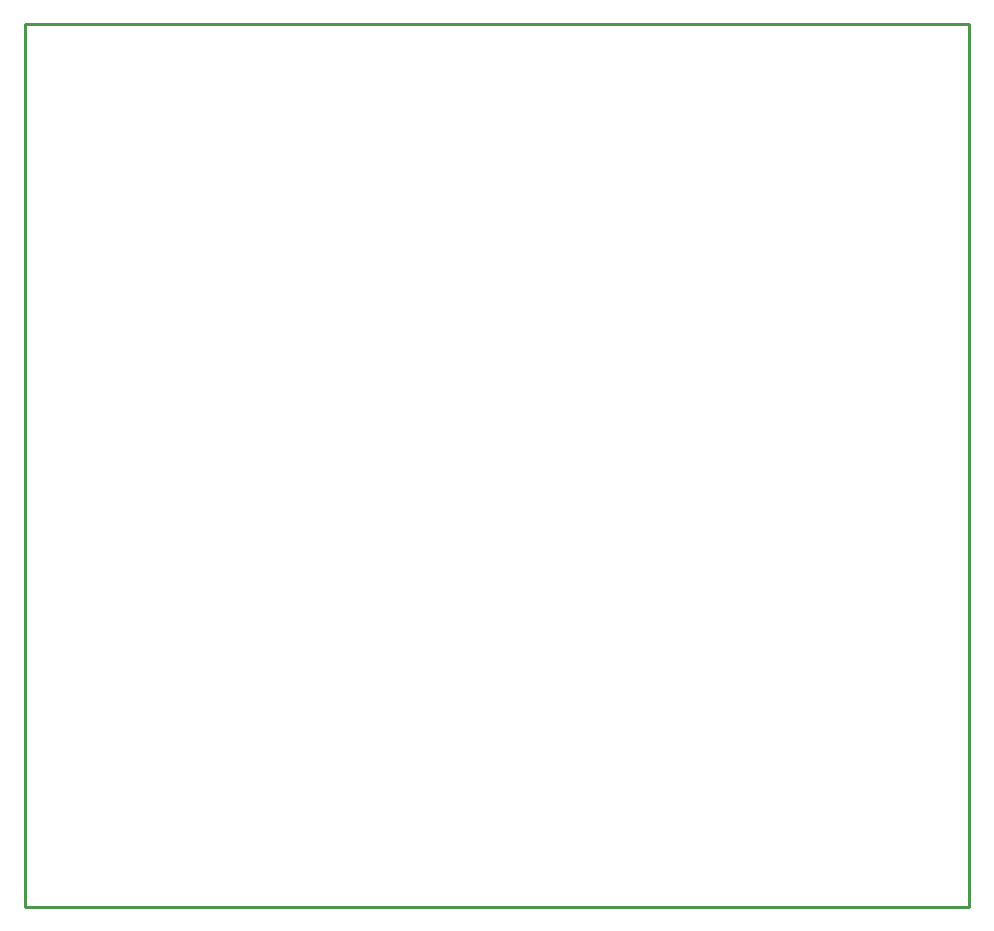
<source format=gko>
%FSLAX25Y25*%
%MOIN*%
G70*
G01*
G75*
G04 Layer_Color=16711935*
%ADD10C,0.01969*%
%ADD11C,0.01000*%
%ADD12R,0.05512X0.03543*%
%ADD13R,0.03543X0.05512*%
%ADD14R,0.04016X0.07008*%
%ADD15R,0.06693X0.03150*%
%ADD16R,0.02756X0.03543*%
%ADD17R,0.05512X0.03150*%
%ADD18O,0.03740X0.00906*%
%ADD19R,0.03740X0.00906*%
%ADD20R,0.00906X0.03740*%
%ADD21R,0.09843X0.09843*%
%ADD22R,0.02756X0.02165*%
%ADD23R,0.12795X0.05118*%
%ADD24R,0.07087X0.01772*%
%ADD25R,0.05709X0.07874*%
%ADD26R,0.03543X0.02756*%
%ADD27R,0.04724X0.04331*%
%ADD28O,0.01181X0.06890*%
%ADD29O,0.06890X0.01181*%
G04:AMPARAMS|DCode=30|XSize=60mil|YSize=40mil|CornerRadius=19.8mil|HoleSize=0mil|Usage=FLASHONLY|Rotation=270.000|XOffset=0mil|YOffset=0mil|HoleType=Round|Shape=RoundedRectangle|*
%AMROUNDEDRECTD30*
21,1,0.06000,0.00040,0,0,270.0*
21,1,0.02040,0.04000,0,0,270.0*
1,1,0.03960,-0.00020,-0.01020*
1,1,0.03960,-0.00020,0.01020*
1,1,0.03960,0.00020,0.01020*
1,1,0.03960,0.00020,-0.01020*
%
%ADD30ROUNDEDRECTD30*%
G04:AMPARAMS|DCode=31|XSize=60mil|YSize=40mil|CornerRadius=19.8mil|HoleSize=0mil|Usage=FLASHONLY|Rotation=180.000|XOffset=0mil|YOffset=0mil|HoleType=Round|Shape=RoundedRectangle|*
%AMROUNDEDRECTD31*
21,1,0.06000,0.00040,0,0,180.0*
21,1,0.02040,0.04000,0,0,180.0*
1,1,0.03960,-0.01020,0.00020*
1,1,0.03960,0.01020,0.00020*
1,1,0.03960,0.01020,-0.00020*
1,1,0.03960,-0.01020,-0.00020*
%
%ADD31ROUNDEDRECTD31*%
%ADD32C,0.00787*%
%ADD33C,0.01500*%
%ADD34C,0.05906*%
%ADD35R,0.05906X0.05906*%
%ADD36C,0.20000*%
%ADD37C,0.20031*%
%ADD38O,0.04724X0.03150*%
%ADD39O,0.05118X0.03150*%
%ADD40C,0.05118*%
%ADD41C,0.09843*%
%ADD42C,0.06693*%
%ADD43R,0.05906X0.05906*%
%ADD44C,0.05000*%
%ADD45C,0.01969*%
%ADD46C,0.04000*%
%ADD47C,0.07543*%
%ADD48C,0.15799*%
%ADD49O,0.08331X0.06756*%
%ADD50O,0.08724X0.06756*%
%ADD51C,0.06756*%
%ADD52C,0.10299*%
%ADD53C,0.08724*%
%ADD54R,0.02362X0.03740*%
%ADD55R,0.07008X0.04016*%
%ADD56R,0.03150X0.05512*%
%ADD57R,0.03740X0.02362*%
%ADD58C,0.00984*%
%ADD59C,0.02362*%
%ADD60C,0.02000*%
%ADD61C,0.00197*%
%ADD62C,0.00394*%
%ADD63C,0.00591*%
%ADD64C,0.01600*%
%ADD65C,0.00500*%
%ADD66R,0.06312X0.04343*%
%ADD67R,0.04343X0.06312*%
%ADD68R,0.04816X0.07808*%
%ADD69R,0.07493X0.03950*%
%ADD70R,0.03556X0.04343*%
%ADD71R,0.06312X0.03950*%
%ADD72O,0.04540X0.01706*%
%ADD73R,0.04540X0.01706*%
%ADD74R,0.01706X0.04540*%
%ADD75R,0.10642X0.10642*%
%ADD76R,0.03556X0.02965*%
%ADD77R,0.13595X0.05918*%
%ADD78R,0.07887X0.02572*%
%ADD79R,0.06509X0.08674*%
%ADD80R,0.04343X0.03556*%
%ADD81R,0.05524X0.05131*%
%ADD82O,0.01981X0.07690*%
%ADD83O,0.07690X0.01981*%
G04:AMPARAMS|DCode=84|XSize=68mil|YSize=48mil|CornerRadius=23.8mil|HoleSize=0mil|Usage=FLASHONLY|Rotation=270.000|XOffset=0mil|YOffset=0mil|HoleType=Round|Shape=RoundedRectangle|*
%AMROUNDEDRECTD84*
21,1,0.06800,0.00040,0,0,270.0*
21,1,0.02040,0.04800,0,0,270.0*
1,1,0.04760,-0.00020,-0.01020*
1,1,0.04760,-0.00020,0.01020*
1,1,0.04760,0.00020,0.01020*
1,1,0.04760,0.00020,-0.01020*
%
%ADD84ROUNDEDRECTD84*%
G04:AMPARAMS|DCode=85|XSize=68mil|YSize=48mil|CornerRadius=23.8mil|HoleSize=0mil|Usage=FLASHONLY|Rotation=180.000|XOffset=0mil|YOffset=0mil|HoleType=Round|Shape=RoundedRectangle|*
%AMROUNDEDRECTD85*
21,1,0.06800,0.00040,0,0,180.0*
21,1,0.02040,0.04800,0,0,180.0*
1,1,0.04760,-0.01020,0.00020*
1,1,0.04760,0.01020,0.00020*
1,1,0.04760,0.01020,-0.00020*
1,1,0.04760,-0.01020,-0.00020*
%
%ADD85ROUNDEDRECTD85*%
%ADD86C,0.06706*%
%ADD87R,0.06706X0.06706*%
%ADD88C,0.20800*%
%ADD89C,0.20832*%
%ADD90O,0.05524X0.03950*%
%ADD91O,0.05918X0.03950*%
%ADD92C,0.05918*%
%ADD93C,0.10642*%
%ADD94C,0.07493*%
%ADD95R,0.06706X0.06706*%
%ADD96C,0.05800*%
%ADD97C,0.02769*%
%ADD98R,0.03162X0.04540*%
%ADD99R,0.07808X0.04816*%
%ADD100R,0.03950X0.06312*%
%ADD101R,0.04540X0.03162*%
D11*
X179500Y305000D02*
Y599500D01*
X494000Y305000D02*
Y599500D01*
X179500D02*
X494000D01*
X179500Y305000D02*
X494000D01*
M02*

</source>
